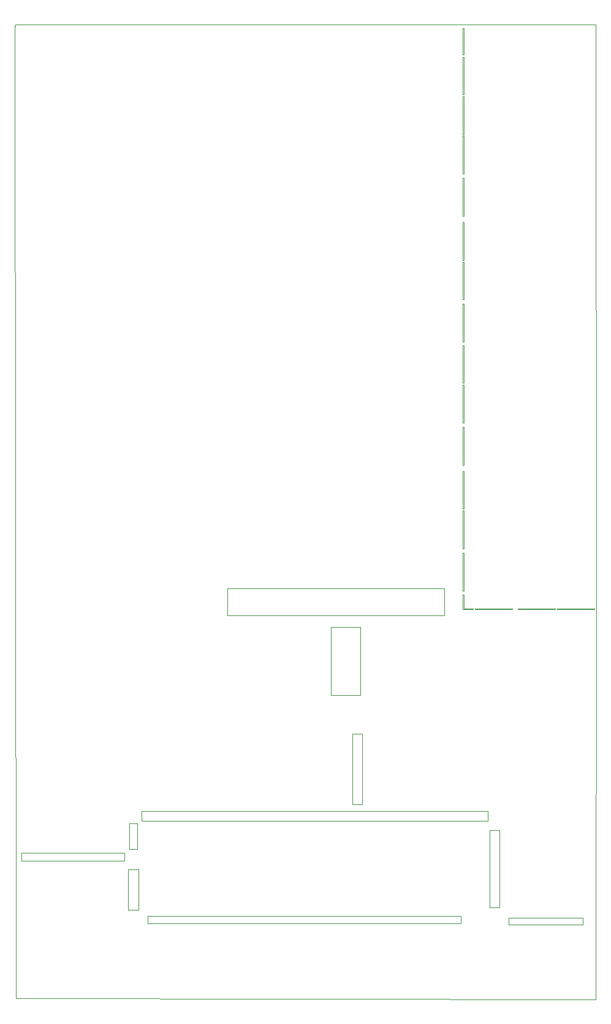
<source format=gbr>
%TF.GenerationSoftware,KiCad,Pcbnew,7.0.9*%
%TF.CreationDate,2024-01-25T19:07:54+05:30*%
%TF.ProjectId,Inverter,496e7665-7274-4657-922e-6b696361645f,rev?*%
%TF.SameCoordinates,Original*%
%TF.FileFunction,Profile,NP*%
%FSLAX46Y46*%
G04 Gerber Fmt 4.6, Leading zero omitted, Abs format (unit mm)*
G04 Created by KiCad (PCBNEW 7.0.9) date 2024-01-25 19:07:54*
%MOMM*%
%LPD*%
G01*
G04 APERTURE LIST*
%TA.AperFunction,Profile*%
%ADD10C,0.100000*%
%TD*%
G04 APERTURE END LIST*
D10*
X75080000Y-44780000D02*
X75220000Y-44780000D01*
X75220000Y-50000000D01*
X75080000Y-50000000D01*
X75080000Y-44780000D01*
X42545000Y-107238800D02*
X72567800Y-107238800D01*
X72567800Y-110947200D01*
X42545000Y-110947200D01*
X42545000Y-107238800D01*
X82650000Y-109990000D02*
X87870000Y-109990000D01*
X87870000Y-110130000D01*
X82650000Y-110130000D01*
X82650000Y-109990000D01*
X29006800Y-139623800D02*
X30124400Y-139623800D01*
X30124400Y-143179800D01*
X29006800Y-143179800D01*
X29006800Y-139623800D01*
X75100000Y-84960000D02*
X75240000Y-84960000D01*
X75240000Y-90180000D01*
X75100000Y-90180000D01*
X75100000Y-84960000D01*
X88080000Y-109990000D02*
X93300000Y-109990000D01*
X93300000Y-110130000D01*
X88080000Y-110130000D01*
X88080000Y-109990000D01*
X14122400Y-143738600D02*
X28371800Y-143738600D01*
X28371800Y-144805400D01*
X14122400Y-144805400D01*
X14122400Y-143738600D01*
X75100000Y-102330000D02*
X75240000Y-102330000D01*
X75240000Y-107550000D01*
X75100000Y-107550000D01*
X75100000Y-102330000D01*
X76750000Y-110010000D02*
X81970000Y-110010000D01*
X81970000Y-110150000D01*
X76750000Y-110150000D01*
X76750000Y-110010000D01*
X75250000Y-110000000D02*
X76500000Y-110000000D01*
X76500000Y-110150000D01*
X75100000Y-110150000D01*
X75100000Y-108050000D01*
X75250000Y-108050000D01*
X75250000Y-110000000D01*
X93500000Y-107640000D02*
X93501200Y-107642200D01*
X93446600Y-163931600D01*
X13309600Y-163830000D01*
X13208000Y-29972000D01*
X13233400Y-29438600D01*
X93450000Y-29400000D01*
X93500000Y-107640000D01*
X75080000Y-39330000D02*
X75220000Y-39330000D01*
X75220000Y-44550000D01*
X75080000Y-44550000D01*
X75080000Y-39330000D01*
X81407000Y-152730200D02*
X91668600Y-152730200D01*
X91668600Y-153670000D01*
X81407000Y-153670000D01*
X81407000Y-152730200D01*
X75070000Y-67980000D02*
X75210000Y-67980000D01*
X75210000Y-73200000D01*
X75070000Y-73200000D01*
X75070000Y-67980000D01*
X75110000Y-96500000D02*
X75250000Y-96500000D01*
X75250000Y-101720000D01*
X75110000Y-101720000D01*
X75110000Y-96500000D01*
X75110000Y-73680000D02*
X75250000Y-73680000D01*
X75250000Y-78900000D01*
X75110000Y-78900000D01*
X75110000Y-73680000D01*
X59867800Y-127330200D02*
X61188600Y-127330200D01*
X61188600Y-137033000D01*
X59867800Y-137033000D01*
X59867800Y-127330200D01*
X75110000Y-79130000D02*
X75250000Y-79130000D01*
X75250000Y-84350000D01*
X75110000Y-84350000D01*
X75110000Y-79130000D01*
X28854400Y-145999200D02*
X30251400Y-145999200D01*
X30251400Y-151587200D01*
X28854400Y-151587200D01*
X28854400Y-145999200D01*
X75110000Y-91050000D02*
X75250000Y-91050000D01*
X75250000Y-96270000D01*
X75110000Y-96270000D01*
X75110000Y-91050000D01*
X78790800Y-140563600D02*
X80162400Y-140563600D01*
X80162400Y-151231600D01*
X78790800Y-151231600D01*
X78790800Y-140563600D01*
X75080000Y-56700000D02*
X75220000Y-56700000D01*
X75220000Y-61920000D01*
X75080000Y-61920000D01*
X75080000Y-56700000D01*
X75080000Y-33900000D02*
X75220000Y-33900000D01*
X75220000Y-39120000D01*
X75080000Y-39120000D01*
X75080000Y-33900000D01*
X75070000Y-50610000D02*
X75210000Y-50610000D01*
X75210000Y-55830000D01*
X75070000Y-55830000D01*
X75070000Y-50610000D01*
X31546800Y-152450800D02*
X74853800Y-152450800D01*
X74853800Y-153466800D01*
X31546800Y-153466800D01*
X31546800Y-152450800D01*
X30734000Y-137947400D02*
X78562200Y-137947400D01*
X78562200Y-139344400D01*
X30734000Y-139344400D01*
X30734000Y-137947400D01*
X75080000Y-62150000D02*
X75220000Y-62150000D01*
X75220000Y-67370000D01*
X75080000Y-67370000D01*
X75080000Y-62150000D01*
X56896000Y-112547400D02*
X60934600Y-112547400D01*
X60934600Y-121945400D01*
X56896000Y-121945400D01*
X56896000Y-112547400D01*
X75060000Y-29970000D02*
X75250000Y-29970000D01*
X75250000Y-33545400D01*
X75060000Y-33545400D01*
X75060000Y-29970000D01*
M02*

</source>
